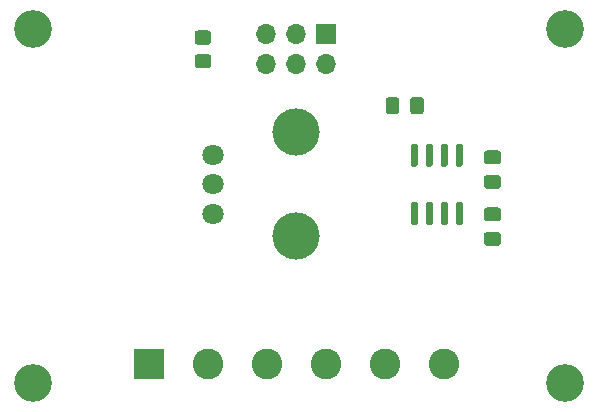
<source format=gbr>
%TF.GenerationSoftware,KiCad,Pcbnew,5.1.9-73d0e3b20d~88~ubuntu20.04.1*%
%TF.CreationDate,2021-04-20T00:17:22+02:00*%
%TF.ProjectId,hardware,68617264-7761-4726-952e-6b696361645f,rev?*%
%TF.SameCoordinates,Original*%
%TF.FileFunction,Soldermask,Top*%
%TF.FilePolarity,Negative*%
%FSLAX46Y46*%
G04 Gerber Fmt 4.6, Leading zero omitted, Abs format (unit mm)*
G04 Created by KiCad (PCBNEW 5.1.9-73d0e3b20d~88~ubuntu20.04.1) date 2021-04-20 00:17:22*
%MOMM*%
%LPD*%
G01*
G04 APERTURE LIST*
%ADD10R,2.600000X2.600000*%
%ADD11C,2.600000*%
%ADD12R,1.700000X1.700000*%
%ADD13O,1.700000X1.700000*%
%ADD14C,4.000000*%
%ADD15C,1.800000*%
%ADD16C,3.200000*%
G04 APERTURE END LIST*
%TO.C,C1*%
G36*
G01*
X111412000Y-141187500D02*
X112362000Y-141187500D01*
G75*
G02*
X112612000Y-141437500I0J-250000D01*
G01*
X112612000Y-142112500D01*
G75*
G02*
X112362000Y-142362500I-250000J0D01*
G01*
X111412000Y-142362500D01*
G75*
G02*
X111162000Y-142112500I0J250000D01*
G01*
X111162000Y-141437500D01*
G75*
G02*
X111412000Y-141187500I250000J0D01*
G01*
G37*
G36*
G01*
X111412000Y-139112500D02*
X112362000Y-139112500D01*
G75*
G02*
X112612000Y-139362500I0J-250000D01*
G01*
X112612000Y-140037500D01*
G75*
G02*
X112362000Y-140287500I-250000J0D01*
G01*
X111412000Y-140287500D01*
G75*
G02*
X111162000Y-140037500I0J250000D01*
G01*
X111162000Y-139362500D01*
G75*
G02*
X111412000Y-139112500I250000J0D01*
G01*
G37*
%TD*%
%TO.C,C2*%
G36*
G01*
X112362000Y-137536500D02*
X111412000Y-137536500D01*
G75*
G02*
X111162000Y-137286500I0J250000D01*
G01*
X111162000Y-136611500D01*
G75*
G02*
X111412000Y-136361500I250000J0D01*
G01*
X112362000Y-136361500D01*
G75*
G02*
X112612000Y-136611500I0J-250000D01*
G01*
X112612000Y-137286500D01*
G75*
G02*
X112362000Y-137536500I-250000J0D01*
G01*
G37*
G36*
G01*
X112362000Y-135461500D02*
X111412000Y-135461500D01*
G75*
G02*
X111162000Y-135211500I0J250000D01*
G01*
X111162000Y-134536500D01*
G75*
G02*
X111412000Y-134286500I250000J0D01*
G01*
X112362000Y-134286500D01*
G75*
G02*
X112612000Y-134536500I0J-250000D01*
G01*
X112612000Y-135211500D01*
G75*
G02*
X112362000Y-135461500I-250000J0D01*
G01*
G37*
%TD*%
%TO.C,C3*%
G36*
G01*
X106087500Y-130025000D02*
X106087500Y-130975000D01*
G75*
G02*
X105837500Y-131225000I-250000J0D01*
G01*
X105162500Y-131225000D01*
G75*
G02*
X104912500Y-130975000I0J250000D01*
G01*
X104912500Y-130025000D01*
G75*
G02*
X105162500Y-129775000I250000J0D01*
G01*
X105837500Y-129775000D01*
G75*
G02*
X106087500Y-130025000I0J-250000D01*
G01*
G37*
G36*
G01*
X104012500Y-130025000D02*
X104012500Y-130975000D01*
G75*
G02*
X103762500Y-131225000I-250000J0D01*
G01*
X103087500Y-131225000D01*
G75*
G02*
X102837500Y-130975000I0J250000D01*
G01*
X102837500Y-130025000D01*
G75*
G02*
X103087500Y-129775000I250000J0D01*
G01*
X103762500Y-129775000D01*
G75*
G02*
X104012500Y-130025000I0J-250000D01*
G01*
G37*
%TD*%
D10*
%TO.C,J1*%
X82804000Y-152400000D03*
D11*
X87804000Y-152400000D03*
X92804000Y-152400000D03*
X97804000Y-152400000D03*
X102804000Y-152400000D03*
X107804000Y-152400000D03*
%TD*%
D12*
%TO.C,J2*%
X97790000Y-124460000D03*
D13*
X97790000Y-127000000D03*
X95250000Y-124460000D03*
X95250000Y-127000000D03*
X92710000Y-124460000D03*
X92710000Y-127000000D03*
%TD*%
%TO.C,R1*%
G36*
G01*
X87826001Y-127330000D02*
X86925999Y-127330000D01*
G75*
G02*
X86676000Y-127080001I0J249999D01*
G01*
X86676000Y-126379999D01*
G75*
G02*
X86925999Y-126130000I249999J0D01*
G01*
X87826001Y-126130000D01*
G75*
G02*
X88076000Y-126379999I0J-249999D01*
G01*
X88076000Y-127080001D01*
G75*
G02*
X87826001Y-127330000I-249999J0D01*
G01*
G37*
G36*
G01*
X87826001Y-125330000D02*
X86925999Y-125330000D01*
G75*
G02*
X86676000Y-125080001I0J249999D01*
G01*
X86676000Y-124379999D01*
G75*
G02*
X86925999Y-124130000I249999J0D01*
G01*
X87826001Y-124130000D01*
G75*
G02*
X88076000Y-124379999I0J-249999D01*
G01*
X88076000Y-125080001D01*
G75*
G02*
X87826001Y-125330000I-249999J0D01*
G01*
G37*
%TD*%
%TO.C,U1*%
G36*
G01*
X108943000Y-138660000D02*
X109243000Y-138660000D01*
G75*
G02*
X109393000Y-138810000I0J-150000D01*
G01*
X109393000Y-140460000D01*
G75*
G02*
X109243000Y-140610000I-150000J0D01*
G01*
X108943000Y-140610000D01*
G75*
G02*
X108793000Y-140460000I0J150000D01*
G01*
X108793000Y-138810000D01*
G75*
G02*
X108943000Y-138660000I150000J0D01*
G01*
G37*
G36*
G01*
X107673000Y-138660000D02*
X107973000Y-138660000D01*
G75*
G02*
X108123000Y-138810000I0J-150000D01*
G01*
X108123000Y-140460000D01*
G75*
G02*
X107973000Y-140610000I-150000J0D01*
G01*
X107673000Y-140610000D01*
G75*
G02*
X107523000Y-140460000I0J150000D01*
G01*
X107523000Y-138810000D01*
G75*
G02*
X107673000Y-138660000I150000J0D01*
G01*
G37*
G36*
G01*
X106403000Y-138660000D02*
X106703000Y-138660000D01*
G75*
G02*
X106853000Y-138810000I0J-150000D01*
G01*
X106853000Y-140460000D01*
G75*
G02*
X106703000Y-140610000I-150000J0D01*
G01*
X106403000Y-140610000D01*
G75*
G02*
X106253000Y-140460000I0J150000D01*
G01*
X106253000Y-138810000D01*
G75*
G02*
X106403000Y-138660000I150000J0D01*
G01*
G37*
G36*
G01*
X105133000Y-138660000D02*
X105433000Y-138660000D01*
G75*
G02*
X105583000Y-138810000I0J-150000D01*
G01*
X105583000Y-140460000D01*
G75*
G02*
X105433000Y-140610000I-150000J0D01*
G01*
X105133000Y-140610000D01*
G75*
G02*
X104983000Y-140460000I0J150000D01*
G01*
X104983000Y-138810000D01*
G75*
G02*
X105133000Y-138660000I150000J0D01*
G01*
G37*
G36*
G01*
X105133000Y-133710000D02*
X105433000Y-133710000D01*
G75*
G02*
X105583000Y-133860000I0J-150000D01*
G01*
X105583000Y-135510000D01*
G75*
G02*
X105433000Y-135660000I-150000J0D01*
G01*
X105133000Y-135660000D01*
G75*
G02*
X104983000Y-135510000I0J150000D01*
G01*
X104983000Y-133860000D01*
G75*
G02*
X105133000Y-133710000I150000J0D01*
G01*
G37*
G36*
G01*
X106403000Y-133710000D02*
X106703000Y-133710000D01*
G75*
G02*
X106853000Y-133860000I0J-150000D01*
G01*
X106853000Y-135510000D01*
G75*
G02*
X106703000Y-135660000I-150000J0D01*
G01*
X106403000Y-135660000D01*
G75*
G02*
X106253000Y-135510000I0J150000D01*
G01*
X106253000Y-133860000D01*
G75*
G02*
X106403000Y-133710000I150000J0D01*
G01*
G37*
G36*
G01*
X107673000Y-133710000D02*
X107973000Y-133710000D01*
G75*
G02*
X108123000Y-133860000I0J-150000D01*
G01*
X108123000Y-135510000D01*
G75*
G02*
X107973000Y-135660000I-150000J0D01*
G01*
X107673000Y-135660000D01*
G75*
G02*
X107523000Y-135510000I0J150000D01*
G01*
X107523000Y-133860000D01*
G75*
G02*
X107673000Y-133710000I150000J0D01*
G01*
G37*
G36*
G01*
X108943000Y-133710000D02*
X109243000Y-133710000D01*
G75*
G02*
X109393000Y-133860000I0J-150000D01*
G01*
X109393000Y-135510000D01*
G75*
G02*
X109243000Y-135660000I-150000J0D01*
G01*
X108943000Y-135660000D01*
G75*
G02*
X108793000Y-135510000I0J150000D01*
G01*
X108793000Y-133860000D01*
G75*
G02*
X108943000Y-133710000I150000J0D01*
G01*
G37*
%TD*%
D14*
%TO.C,RV1*%
X95250000Y-141560000D03*
X95250000Y-132760000D03*
D15*
X88250000Y-139660000D03*
X88250000Y-137160000D03*
X88250000Y-134660000D03*
%TD*%
D16*
%TO.C,H1*%
X73000000Y-154000000D03*
%TD*%
%TO.C,H2*%
X73000000Y-124000000D03*
%TD*%
%TO.C,H3*%
X118000000Y-124000000D03*
%TD*%
%TO.C,H4*%
X118000000Y-154000000D03*
%TD*%
M02*

</source>
